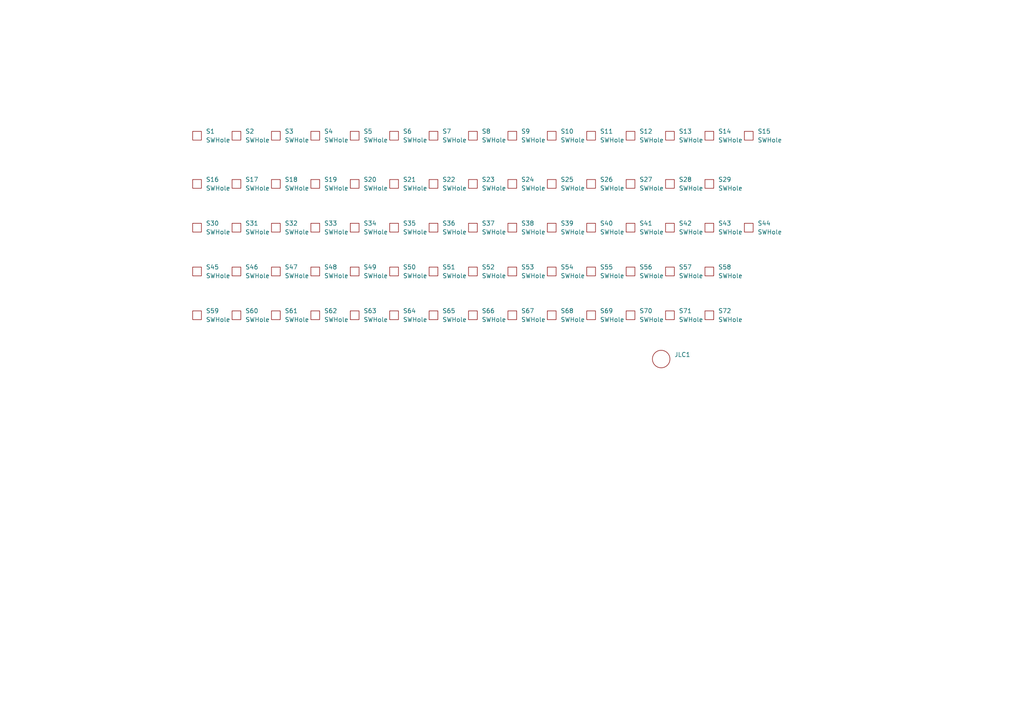
<source format=kicad_sch>
(kicad_sch (version 20250114) (generator "eeschema") (generator_version "9.0")
  (paper "A4")
  (lib_symbols
    (symbol "Giri:JLC_Order_Num"
      (property "Reference" "JLC" (at 0 0 0))
      (property "Value" "JLC_Order_Num" (at 0 0 0))
      (symbol "JLC_Order_Num_0_1"
        (circle (center 0 0) (radius 2.54) (stroke (width 0.1524)))
      )
    )
    (symbol "tmr-lib:SWHole"
      (property "Reference" "S" (at 0 2.54 0))
      (property "Value" "SWHole" (at 0 -2.54 0))
      (symbol "SWHole_0_1"
        (rectangle (start -1.27 1.27) (end 1.27 -1.27) (stroke (width 0.1524)))
      )
    )
  )
  (symbol (lib_id "tmr-lib:SWHole") (at 125.73 53.34 0) (unit 1)
    (property "Reference" "S22" (at 128.27 52.0699 0) (effects (justify left)))
    (property "Value" "SWHole" (at 128.27 54.6099 0) (effects (justify left)))
    (property "Footprint" "tmr-lib:Switch_Cutout" (effects (hide yes)))
  )
  (symbol (lib_id "tmr-lib:SWHole") (at 148.59 66.04 0) (unit 1)
    (property "Reference" "S38" (at 151.13 64.7699 0) (effects (justify left)))
    (property "Value" "SWHole" (at 151.13 67.3099 0) (effects (justify left)))
    (property "Footprint" "tmr-lib:Switch_Cutout" (effects (hide yes)))
  )
  (symbol (lib_id "tmr-lib:SWHole") (at 68.58 91.44 0) (unit 1)
    (property "Reference" "S60" (at 71.12 90.1699 0) (effects (justify left)))
    (property "Value" "SWHole" (at 71.12 92.7099 0) (effects (justify left)))
    (property "Footprint" "tmr-lib:Switch_Cutout_1.25u" (effects (hide yes)))
  )
  (symbol (lib_id "tmr-lib:SWHole") (at 137.16 66.04 0) (unit 1)
    (property "Reference" "S37" (at 139.7 64.7699 0) (effects (justify left)))
    (property "Value" "SWHole" (at 139.7 67.3099 0) (effects (justify left)))
    (property "Footprint" "tmr-lib:Switch_Cutout" (effects (hide yes)))
  )
  (symbol (lib_id "tmr-lib:SWHole") (at 205.74 78.74 0) (unit 1)
    (property "Reference" "S58" (at 208.28 77.4699 0) (effects (justify left)))
    (property "Value" "SWHole" (at 208.28 80.0099 0) (effects (justify left)))
    (property "Footprint" "tmr-lib:Switch_Cutout" (effects (hide yes)))
  )
  (symbol (lib_id "tmr-lib:SWHole") (at 102.87 53.34 0) (unit 1)
    (property "Reference" "S20" (at 105.41 52.0699 0) (effects (justify left)))
    (property "Value" "SWHole" (at 105.41 54.6099 0) (effects (justify left)))
    (property "Footprint" "tmr-lib:Switch_Cutout" (effects (hide yes)))
  )
  (symbol (lib_id "tmr-lib:SWHole") (at 114.3 78.74 0) (unit 1)
    (property "Reference" "S50" (at 116.84 77.4699 0) (effects (justify left)))
    (property "Value" "SWHole" (at 116.84 80.0099 0) (effects (justify left)))
    (property "Footprint" "tmr-lib:Switch_Cutout" (effects (hide yes)))
  )
  (symbol (lib_id "tmr-lib:SWHole") (at 114.3 91.44 0) (unit 1)
    (property "Reference" "S64" (at 116.84 90.1699 0) (effects (justify left)))
    (property "Value" "SWHole" (at 116.84 92.7099 0) (effects (justify left)))
    (property "Footprint" "tmr-lib:Switch_Cutout_2u" (effects (hide yes)))
  )
  (symbol (lib_id "Giri:JLC_Order_Num") (at 191.77 104.14 0) (unit 1)
    (property "Reference" "JLC1" (at 195.58 102.87 0) (effects (justify left)))
    (property "Value" "JLC_Order_Num" (effects (hide yes)))
    (property "Footprint" "tmr-lib:JLC_Order_Num" (effects (hide yes)))
  )
  (symbol (lib_id "tmr-lib:SWHole") (at 80.01 78.74 0) (unit 1)
    (property "Reference" "S47" (at 82.55 77.4699 0) (effects (justify left)))
    (property "Value" "SWHole" (at 82.55 80.0099 0) (effects (justify left)))
    (property "Footprint" "tmr-lib:Switch_Cutout" (effects (hide yes)))
  )
  (symbol (lib_id "tmr-lib:SWHole") (at 114.3 39.37 0) (unit 1)
    (property "Reference" "S6" (at 116.84 38.0999 0) (effects (justify left)))
    (property "Value" "SWHole" (at 116.84 40.6399 0) (effects (justify left)))
    (property "Footprint" "tmr-lib:Switch_Cutout" (effects (hide yes)))
  )
  (symbol (lib_id "tmr-lib:SWHole") (at 68.58 53.34 0) (unit 1)
    (property "Reference" "S17" (at 71.12 52.0699 0) (effects (justify left)))
    (property "Value" "SWHole" (at 71.12 54.6099 0) (effects (justify left)))
    (property "Footprint" "tmr-lib:Switch_Cutout" (effects (hide yes)))
  )
  (symbol (lib_id "tmr-lib:SWHole") (at 194.31 78.74 0) (unit 1)
    (property "Reference" "S57" (at 196.85 77.4699 0) (effects (justify left)))
    (property "Value" "SWHole" (at 196.85 80.0099 0) (effects (justify left)))
    (property "Footprint" "tmr-lib:Switch_Cutout_1.75u" (effects (hide yes)))
  )
  (symbol (lib_id "tmr-lib:SWHole") (at 194.31 53.34 0) (unit 1)
    (property "Reference" "S28" (at 196.85 52.0699 0) (effects (justify left)))
    (property "Value" "SWHole" (at 196.85 54.6099 0) (effects (justify left)))
    (property "Footprint" "tmr-lib:Switch_Cutout" (effects (hide yes)))
  )
  (symbol (lib_id "tmr-lib:SWHole") (at 194.31 66.04 0) (unit 1)
    (property "Reference" "S42" (at 196.85 64.7699 0) (effects (justify left)))
    (property "Value" "SWHole" (at 196.85 67.3099 0) (effects (justify left)))
    (property "Footprint" "tmr-lib:Switch_Cutout_1.25u" (effects (hide yes)))
  )
  (symbol (lib_id "tmr-lib:SWHole") (at 68.58 66.04 0) (unit 1)
    (property "Reference" "S31" (at 71.12 64.7699 0) (effects (justify left)))
    (property "Value" "SWHole" (at 71.12 67.3099 0) (effects (justify left)))
    (property "Footprint" "tmr-lib:Switch_Cutout" (effects (hide yes)))
  )
  (symbol (lib_id "tmr-lib:SWHole") (at 102.87 66.04 0) (unit 1)
    (property "Reference" "S34" (at 105.41 64.7699 0) (effects (justify left)))
    (property "Value" "SWHole" (at 105.41 67.3099 0) (effects (justify left)))
    (property "Footprint" "tmr-lib:Switch_Cutout" (effects (hide yes)))
  )
  (symbol (lib_id "tmr-lib:SWHole") (at 57.15 78.74 0) (unit 1)
    (property "Reference" "S45" (at 59.69 77.4699 0) (effects (justify left)))
    (property "Value" "SWHole" (at 59.69 80.0099 0) (effects (justify left)))
    (property "Footprint" "tmr-lib:Switch_Cutout_1.25u" (effects (hide yes)))
  )
  (symbol (lib_id "tmr-lib:SWHole") (at 57.15 39.37 0) (unit 1)
    (property "Reference" "S1" (at 59.69 38.0999 0) (effects (justify left)))
    (property "Value" "SWHole" (at 59.69 40.6399 0) (effects (justify left)))
    (property "Footprint" "tmr-lib:Switch_Cutout" (effects (hide yes)))
  )
  (symbol (lib_id "tmr-lib:SWHole") (at 205.74 91.44 0) (unit 1)
    (property "Reference" "S72" (at 208.28 90.1699 0) (effects (justify left)))
    (property "Value" "SWHole" (at 208.28 92.7099 0) (effects (justify left)))
    (property "Footprint" "tmr-lib:Switch_Cutout" (effects (hide yes)))
  )
  (symbol (lib_id "tmr-lib:SWHole") (at 125.73 39.37 0) (unit 1)
    (property "Reference" "S7" (at 128.27 38.0999 0) (effects (justify left)))
    (property "Value" "SWHole" (at 128.27 40.6399 0) (effects (justify left)))
    (property "Footprint" "tmr-lib:Switch_Cutout" (effects (hide yes)))
  )
  (symbol (lib_id "tmr-lib:SWHole") (at 148.59 39.37 0) (unit 1)
    (property "Reference" "S9" (at 151.13 38.0999 0) (effects (justify left)))
    (property "Value" "SWHole" (at 151.13 40.6399 0) (effects (justify left)))
    (property "Footprint" "tmr-lib:Switch_Cutout" (effects (hide yes)))
  )
  (symbol (lib_id "tmr-lib:SWHole") (at 68.58 78.74 0) (unit 1)
    (property "Reference" "S46" (at 71.12 77.4699 0) (effects (justify left)))
    (property "Value" "SWHole" (at 71.12 80.0099 0) (effects (justify left)))
    (property "Footprint" "tmr-lib:Switch_Cutout_1.75u" (effects (hide yes)))
  )
  (symbol (lib_id "tmr-lib:SWHole") (at 171.45 91.44 0) (unit 1)
    (property "Reference" "S69" (at 173.99 90.1699 0) (effects (justify left)))
    (property "Value" "SWHole" (at 173.99 92.7099 0) (effects (justify left)))
    (property "Footprint" "tmr-lib:Switch_Cutout" (effects (hide yes)))
  )
  (symbol (lib_id "tmr-lib:SWHole") (at 171.45 39.37 0) (unit 1)
    (property "Reference" "S11" (at 173.99 38.0999 0) (effects (justify left)))
    (property "Value" "SWHole" (at 173.99 40.6399 0) (effects (justify left)))
    (property "Footprint" "tmr-lib:Switch_Cutout" (effects (hide yes)))
  )
  (symbol (lib_id "tmr-lib:SWHole") (at 194.31 91.44 0) (unit 1)
    (property "Reference" "S71" (at 196.85 90.1699 0) (effects (justify left)))
    (property "Value" "SWHole" (at 196.85 92.7099 0) (effects (justify left)))
    (property "Footprint" "tmr-lib:Switch_Cutout" (effects (hide yes)))
  )
  (symbol (lib_id "tmr-lib:SWHole") (at 205.74 39.37 0) (unit 1)
    (property "Reference" "S14" (at 208.28 38.0999 0) (effects (justify left)))
    (property "Value" "SWHole" (at 208.28 40.6399 0) (effects (justify left)))
    (property "Footprint" "tmr-lib:Switch_Cutout" (effects (hide yes)))
  )
  (symbol (lib_id "tmr-lib:SWHole") (at 148.59 91.44 0) (unit 1)
    (property "Reference" "S67" (at 151.13 90.1699 0) (effects (justify left)))
    (property "Value" "SWHole" (at 151.13 92.7099 0) (effects (justify left)))
    (property "Footprint" "tmr-lib:Switch_Cutout" (effects (hide yes)))
  )
  (symbol (lib_id "tmr-lib:SWHole") (at 91.44 53.34 0) (unit 1)
    (property "Reference" "S19" (at 93.98 52.0699 0) (effects (justify left)))
    (property "Value" "SWHole" (at 93.98 54.6099 0) (effects (justify left)))
    (property "Footprint" "tmr-lib:Switch_Cutout" (effects (hide yes)))
  )
  (symbol (lib_id "tmr-lib:SWHole") (at 102.87 39.37 0) (unit 1)
    (property "Reference" "S5" (at 105.41 38.0999 0) (effects (justify left)))
    (property "Value" "SWHole" (at 105.41 40.6399 0) (effects (justify left)))
    (property "Footprint" "tmr-lib:Switch_Cutout" (effects (hide yes)))
  )
  (symbol (lib_id "tmr-lib:SWHole") (at 91.44 39.37 0) (unit 1)
    (property "Reference" "S4" (at 93.98 38.0999 0) (effects (justify left)))
    (property "Value" "SWHole" (at 93.98 40.6399 0) (effects (justify left)))
    (property "Footprint" "tmr-lib:Switch_Cutout" (effects (hide yes)))
  )
  (symbol (lib_id "tmr-lib:SWHole") (at 137.16 91.44 0) (unit 1)
    (property "Reference" "S66" (at 139.7 90.1699 0) (effects (justify left)))
    (property "Value" "SWHole" (at 139.7 92.7099 0) (effects (justify left)))
    (property "Footprint" "tmr-lib:Switch_Cutout_2u" (effects (hide yes)))
  )
  (symbol (lib_id "tmr-lib:SWHole") (at 182.88 91.44 0) (unit 1)
    (property "Reference" "S70" (at 185.42 90.1699 0) (effects (justify left)))
    (property "Value" "SWHole" (at 185.42 92.7099 0) (effects (justify left)))
    (property "Footprint" "tmr-lib:Switch_Cutout_1.25u" (effects (hide yes)))
  )
  (symbol (lib_id "tmr-lib:SWHole") (at 68.58 39.37 0) (unit 1)
    (property "Reference" "S2" (at 71.12 38.0999 0) (effects (justify left)))
    (property "Value" "SWHole" (at 71.12 40.6399 0) (effects (justify left)))
    (property "Footprint" "tmr-lib:Switch_Cutout" (effects (hide yes)))
  )
  (symbol (lib_id "tmr-lib:SWHole") (at 125.73 78.74 0) (unit 1)
    (property "Reference" "S51" (at 128.27 77.4699 0) (effects (justify left)))
    (property "Value" "SWHole" (at 128.27 80.0099 0) (effects (justify left)))
    (property "Footprint" "tmr-lib:Switch_Cutout" (effects (hide yes)))
  )
  (symbol (lib_id "tmr-lib:SWHole") (at 137.16 53.34 0) (unit 1)
    (property "Reference" "S23" (at 139.7 52.0699 0) (effects (justify left)))
    (property "Value" "SWHole" (at 139.7 54.6099 0) (effects (justify left)))
    (property "Footprint" "tmr-lib:Switch_Cutout" (effects (hide yes)))
  )
  (symbol (lib_id "tmr-lib:SWHole") (at 91.44 78.74 0) (unit 1)
    (property "Reference" "S48" (at 93.98 77.4699 0) (effects (justify left)))
    (property "Value" "SWHole" (at 93.98 80.0099 0) (effects (justify left)))
    (property "Footprint" "tmr-lib:Switch_Cutout" (effects (hide yes)))
  )
  (symbol (lib_id "tmr-lib:SWHole") (at 80.01 53.34 0) (unit 1)
    (property "Reference" "S18" (at 82.55 52.0699 0) (effects (justify left)))
    (property "Value" "SWHole" (at 82.55 54.6099 0) (effects (justify left)))
    (property "Footprint" "tmr-lib:Switch_Cutout" (effects (hide yes)))
  )
  (symbol (lib_id "tmr-lib:SWHole") (at 171.45 78.74 0) (unit 1)
    (property "Reference" "S55" (at 173.99 77.4699 0) (effects (justify left)))
    (property "Value" "SWHole" (at 173.99 80.0099 0) (effects (justify left)))
    (property "Footprint" "tmr-lib:Switch_Cutout" (effects (hide yes)))
  )
  (symbol (lib_id "tmr-lib:SWHole") (at 80.01 66.04 0) (unit 1)
    (property "Reference" "S32" (at 82.55 64.7699 0) (effects (justify left)))
    (property "Value" "SWHole" (at 82.55 67.3099 0) (effects (justify left)))
    (property "Footprint" "tmr-lib:Switch_Cutout" (effects (hide yes)))
  )
  (symbol (lib_id "tmr-lib:SWHole") (at 102.87 78.74 0) (unit 1)
    (property "Reference" "S49" (at 105.41 77.4699 0) (effects (justify left)))
    (property "Value" "SWHole" (at 105.41 80.0099 0) (effects (justify left)))
    (property "Footprint" "tmr-lib:Switch_Cutout" (effects (hide yes)))
  )
  (symbol (lib_id "tmr-lib:SWHole") (at 160.02 39.37 0) (unit 1)
    (property "Reference" "S10" (at 162.56 38.0999 0) (effects (justify left)))
    (property "Value" "SWHole" (at 162.56 40.6399 0) (effects (justify left)))
    (property "Footprint" "tmr-lib:Switch_Cutout" (effects (hide yes)))
  )
  (symbol (lib_id "tmr-lib:SWHole") (at 114.3 66.04 0) (unit 1)
    (property "Reference" "S35" (at 116.84 64.7699 0) (effects (justify left)))
    (property "Value" "SWHole" (at 116.84 67.3099 0) (effects (justify left)))
    (property "Footprint" "tmr-lib:Switch_Cutout" (effects (hide yes)))
  )
  (symbol (lib_id "tmr-lib:SWHole") (at 57.15 53.34 0) (unit 1)
    (property "Reference" "S16" (at 59.69 52.0699 0) (effects (justify left)))
    (property "Value" "SWHole" (at 59.69 54.6099 0) (effects (justify left)))
    (property "Footprint" "tmr-lib:Switch_Cutout" (effects (hide yes)))
  )
  (symbol (lib_id "tmr-lib:SWHole") (at 205.74 66.04 0) (unit 1)
    (property "Reference" "S43" (at 208.28 64.7699 0) (effects (justify left)))
    (property "Value" "SWHole" (at 208.28 67.3099 0) (effects (justify left)))
    (property "Footprint" "tmr-lib:Switch_Cutout" (effects (hide yes)))
  )
  (symbol (lib_id "tmr-lib:SWHole") (at 160.02 78.74 0) (unit 1)
    (property "Reference" "S54" (at 162.56 77.4699 0) (effects (justify left)))
    (property "Value" "SWHole" (at 162.56 80.0099 0) (effects (justify left)))
    (property "Footprint" "tmr-lib:Switch_Cutout" (effects (hide yes)))
  )
  (symbol (lib_id "tmr-lib:SWHole") (at 171.45 53.34 0) (unit 1)
    (property "Reference" "S26" (at 173.99 52.0699 0) (effects (justify left)))
    (property "Value" "SWHole" (at 173.99 54.6099 0) (effects (justify left)))
    (property "Footprint" "tmr-lib:Switch_Cutout" (effects (hide yes)))
  )
  (symbol (lib_id "tmr-lib:SWHole") (at 182.88 78.74 0) (unit 1)
    (property "Reference" "S56" (at 185.42 77.4699 0) (effects (justify left)))
    (property "Value" "SWHole" (at 185.42 80.0099 0) (effects (justify left)))
    (property "Footprint" "tmr-lib:Switch_Cutout" (effects (hide yes)))
  )
  (symbol (lib_id "tmr-lib:SWHole") (at 91.44 91.44 0) (unit 1)
    (property "Reference" "S62" (at 93.98 90.1699 0) (effects (justify left)))
    (property "Value" "SWHole" (at 93.98 92.7099 0) (effects (justify left)))
    (property "Footprint" "tmr-lib:Switch_Cutout" (effects (hide yes)))
  )
  (symbol (lib_id "tmr-lib:SWHole") (at 137.16 39.37 0) (unit 1)
    (property "Reference" "S8" (at 139.7 38.0999 0) (effects (justify left)))
    (property "Value" "SWHole" (at 139.7 40.6399 0) (effects (justify left)))
    (property "Footprint" "tmr-lib:Switch_Cutout" (effects (hide yes)))
  )
  (symbol (lib_id "tmr-lib:SWHole") (at 182.88 39.37 0) (unit 1)
    (property "Reference" "S12" (at 185.42 38.0999 0) (effects (justify left)))
    (property "Value" "SWHole" (at 185.42 40.6399 0) (effects (justify left)))
    (property "Footprint" "tmr-lib:Switch_Cutout" (effects (hide yes)))
  )
  (symbol (lib_id "tmr-lib:SWHole") (at 182.88 66.04 0) (unit 1)
    (property "Reference" "S41" (at 185.42 64.7699 0) (effects (justify left)))
    (property "Value" "SWHole" (at 185.42 67.3099 0) (effects (justify left)))
    (property "Footprint" "tmr-lib:Switch_Cutout" (effects (hide yes)))
  )
  (symbol (lib_id "tmr-lib:SWHole") (at 57.15 66.04 0) (unit 1)
    (property "Reference" "S30" (at 59.69 64.7699 0) (effects (justify left)))
    (property "Value" "SWHole" (at 59.69 67.3099 0) (effects (justify left)))
    (property "Footprint" "tmr-lib:Switch_Cutout_1.25u" (effects (hide yes)))
  )
  (symbol (lib_id "tmr-lib:SWHole") (at 137.16 78.74 0) (unit 1)
    (property "Reference" "S52" (at 139.7 77.4699 0) (effects (justify left)))
    (property "Value" "SWHole" (at 139.7 80.0099 0) (effects (justify left)))
    (property "Footprint" "tmr-lib:Switch_Cutout" (effects (hide yes)))
  )
  (symbol (lib_id "tmr-lib:SWHole") (at 125.73 91.44 0) (unit 1)
    (property "Reference" "S65" (at 128.27 90.1699 0) (effects (justify left)))
    (property "Value" "SWHole" (at 128.27 92.7099 0) (effects (justify left)))
    (property "Footprint" "tmr-lib:Switch_Cutout" (effects (hide yes)))
  )
  (symbol (lib_id "tmr-lib:SWHole") (at 148.59 78.74 0) (unit 1)
    (property "Reference" "S53" (at 151.13 77.4699 0) (effects (justify left)))
    (property "Value" "SWHole" (at 151.13 80.0099 0) (effects (justify left)))
    (property "Footprint" "tmr-lib:Switch_Cutout" (effects (hide yes)))
  )
  (symbol (lib_id "tmr-lib:SWHole") (at 160.02 53.34 0) (unit 1)
    (property "Reference" "S25" (at 162.56 52.0699 0) (effects (justify left)))
    (property "Value" "SWHole" (at 162.56 54.6099 0) (effects (justify left)))
    (property "Footprint" "tmr-lib:Switch_Cutout" (effects (hide yes)))
  )
  (symbol (lib_id "tmr-lib:SWHole") (at 160.02 91.44 0) (unit 1)
    (property "Reference" "S68" (at 162.56 90.1699 0) (effects (justify left)))
    (property "Value" "SWHole" (at 162.56 92.7099 0) (effects (justify left)))
    (property "Footprint" "tmr-lib:Switch_Cutout" (effects (hide yes)))
  )
  (symbol (lib_id "tmr-lib:SWHole") (at 148.59 53.34 0) (unit 1)
    (property "Reference" "S24" (at 151.13 52.0699 0) (effects (justify left)))
    (property "Value" "SWHole" (at 151.13 54.6099 0) (effects (justify left)))
    (property "Footprint" "tmr-lib:Switch_Cutout" (effects (hide yes)))
  )
  (symbol (lib_id "tmr-lib:SWHole") (at 217.17 39.37 0) (unit 1)
    (property "Reference" "S15" (at 219.71 38.0999 0) (effects (justify left)))
    (property "Value" "SWHole" (at 219.71 40.6399 0) (effects (justify left)))
    (property "Footprint" "tmr-lib:Switch_Cutout" (effects (hide yes)))
  )
  (symbol (lib_id "tmr-lib:SWHole") (at 217.17 66.04 0) (unit 1)
    (property "Reference" "S44" (at 219.71 64.7699 0) (effects (justify left)))
    (property "Value" "SWHole" (at 219.71 67.3099 0) (effects (justify left)))
    (property "Footprint" "tmr-lib:Switch_Cutout" (effects (hide yes)))
  )
  (symbol (lib_id "tmr-lib:SWHole") (at 80.01 39.37 0) (unit 1)
    (property "Reference" "S3" (at 82.55 38.0999 0) (effects (justify left)))
    (property "Value" "SWHole" (at 82.55 40.6399 0) (effects (justify left)))
    (property "Footprint" "tmr-lib:Switch_Cutout" (effects (hide yes)))
  )
  (symbol (lib_id "tmr-lib:SWHole") (at 80.01 91.44 0) (unit 1)
    (property "Reference" "S61" (at 82.55 90.1699 0) (effects (justify left)))
    (property "Value" "SWHole" (at 82.55 92.7099 0) (effects (justify left)))
    (property "Footprint" "tmr-lib:Switch_Cutout" (effects (hide yes)))
  )
  (symbol (lib_id "tmr-lib:SWHole") (at 160.02 66.04 0) (unit 1)
    (property "Reference" "S39" (at 162.56 64.7699 0) (effects (justify left)))
    (property "Value" "SWHole" (at 162.56 67.3099 0) (effects (justify left)))
    (property "Footprint" "tmr-lib:Switch_Cutout" (effects (hide yes)))
  )
  (symbol (lib_id "tmr-lib:SWHole") (at 125.73 66.04 0) (unit 1)
    (property "Reference" "S36" (at 128.27 64.7699 0) (effects (justify left)))
    (property "Value" "SWHole" (at 128.27 67.3099 0) (effects (justify left)))
    (property "Footprint" "tmr-lib:Switch_Cutout" (effects (hide yes)))
  )
  (symbol (lib_id "tmr-lib:SWHole") (at 194.31 39.37 0) (unit 1)
    (property "Reference" "S13" (at 196.85 38.0999 0) (effects (justify left)))
    (property "Value" "SWHole" (at 196.85 40.6399 0) (effects (justify left)))
    (property "Footprint" "tmr-lib:Switch_Cutout" (effects (hide yes)))
  )
  (symbol (lib_id "tmr-lib:SWHole") (at 171.45 66.04 0) (unit 1)
    (property "Reference" "S40" (at 173.99 64.7699 0) (effects (justify left)))
    (property "Value" "SWHole" (at 173.99 67.3099 0) (effects (justify left)))
    (property "Footprint" "tmr-lib:Switch_Cutout" (effects (hide yes)))
  )
  (symbol (lib_id "tmr-lib:SWHole") (at 205.74 53.34 0) (unit 1)
    (property "Reference" "S29" (at 208.28 52.0699 0) (effects (justify left)))
    (property "Value" "SWHole" (at 208.28 54.6099 0) (effects (justify left)))
    (property "Footprint" "tmr-lib:Switch_Cutout" (effects (hide yes)))
  )
  (symbol (lib_id "tmr-lib:SWHole") (at 57.15 91.44 0) (unit 1)
    (property "Reference" "S59" (at 59.69 90.1699 0) (effects (justify left)))
    (property "Value" "SWHole" (at 59.69 92.7099 0) (effects (justify left)))
    (property "Footprint" "tmr-lib:Switch_Cutout_1.25u" (effects (hide yes)))
  )
  (symbol (lib_id "tmr-lib:SWHole") (at 102.87 91.44 0) (unit 1)
    (property "Reference" "S63" (at 105.41 90.1699 0) (effects (justify left)))
    (property "Value" "SWHole" (at 105.41 92.7099 0) (effects (justify left)))
    (property "Footprint" "tmr-lib:Switch_Cutout" (effects (hide yes)))
  )
  (symbol (lib_id "tmr-lib:SWHole") (at 182.88 53.34 0) (unit 1)
    (property "Reference" "S27" (at 185.42 52.0699 0) (effects (justify left)))
    (property "Value" "SWHole" (at 185.42 54.6099 0) (effects (justify left)))
    (property "Footprint" "tmr-lib:Switch_Cutout" (effects (hide yes)))
  )
  (symbol (lib_id "tmr-lib:SWHole") (at 91.44 66.04 0) (unit 1)
    (property "Reference" "S33" (at 93.98 64.7699 0) (effects (justify left)))
    (property "Value" "SWHole" (at 93.98 67.3099 0) (effects (justify left)))
    (property "Footprint" "tmr-lib:Switch_Cutout" (effects (hide yes)))
  )
  (symbol (lib_id "tmr-lib:SWHole") (at 114.3 53.34 0) (unit 1)
    (property "Reference" "S21" (at 116.84 52.0699 0) (effects (justify left)))
    (property "Value" "SWHole" (at 116.84 54.6099 0) (effects (justify left)))
    (property "Footprint" "tmr-lib:Switch_Cutout" (effects (hide yes)))
  )
)
</source>
